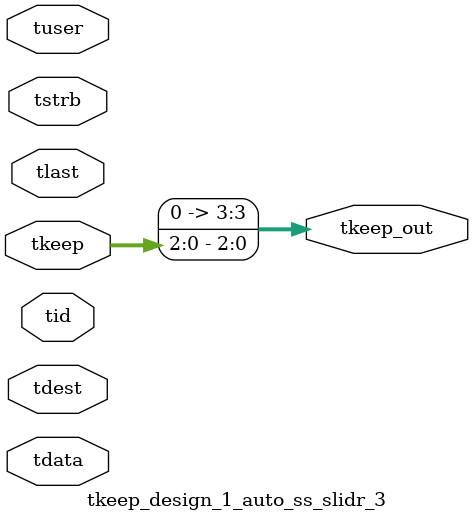
<source format=v>


`timescale 1ps/1ps

module tkeep_design_1_auto_ss_slidr_3 #
(
parameter C_S_AXIS_TDATA_WIDTH = 32,
parameter C_S_AXIS_TUSER_WIDTH = 0,
parameter C_S_AXIS_TID_WIDTH   = 0,
parameter C_S_AXIS_TDEST_WIDTH = 0,
parameter C_M_AXIS_TDATA_WIDTH = 32
)
(
input  [(C_S_AXIS_TDATA_WIDTH == 0 ? 1 : C_S_AXIS_TDATA_WIDTH)-1:0     ] tdata,
input  [(C_S_AXIS_TUSER_WIDTH == 0 ? 1 : C_S_AXIS_TUSER_WIDTH)-1:0     ] tuser,
input  [(C_S_AXIS_TID_WIDTH   == 0 ? 1 : C_S_AXIS_TID_WIDTH)-1:0       ] tid,
input  [(C_S_AXIS_TDEST_WIDTH == 0 ? 1 : C_S_AXIS_TDEST_WIDTH)-1:0     ] tdest,
input  [(C_S_AXIS_TDATA_WIDTH/8)-1:0 ] tkeep,
input  [(C_S_AXIS_TDATA_WIDTH/8)-1:0 ] tstrb,
input                                                                    tlast,
output [(C_M_AXIS_TDATA_WIDTH/8)-1:0 ] tkeep_out
);

assign tkeep_out = {tkeep[2:0]};

endmodule


</source>
